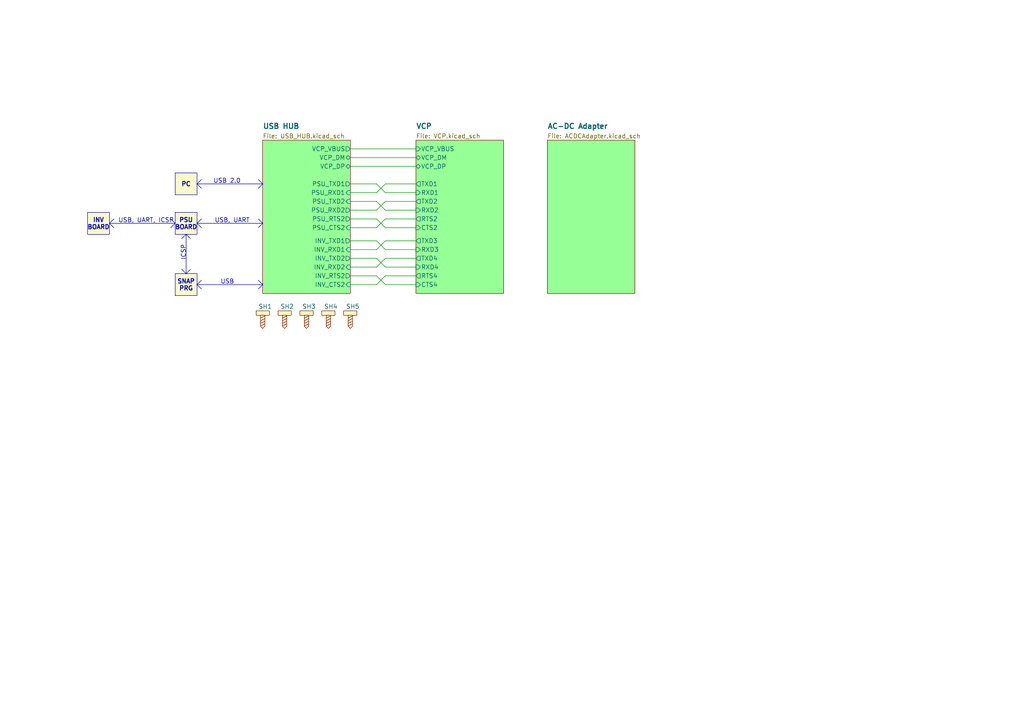
<source format=kicad_sch>
(kicad_sch (version 20231120) (generator "eeschema") (generator_version "8.0")
  (paper "A4")
  (title_block (title "PROGRAMMER & DEBUGGER") (date "2024-07-17") (rev "0.1") (company "TON DUC THANG UNIVERSITY") (comment 1 "Schematic Designed by ...") (comment 2 "PCB Designed by ...") (comment 3 "Approved by ..."))
  (lib_symbols
    (symbol "SAMPI:SCREWHOLDER" (pin_numbers hide) (pin_names hide) (in_bom no)
      (property "Reference" "SH1" (at 2.54 -2.5399 0))
      (property "Value" "SCREW HOLDER" (at 2.54 -5.0799 0))
      (symbol "SCREWHOLDER_1_1"
        (polyline (pts (xy -0.508 -5.588) (xy 0.508 -5.08)))
        (polyline (pts (xy -0.508 -4.826) (xy 0.508 -4.318)))
        (polyline (pts (xy -0.508 -4.064) (xy 0.508 -3.556)))
        (polyline (pts (xy -0.508 -3.302) (xy 0.508 -2.794)))
        (polyline (pts (xy 0.635 -2.54) (xy -0.635 -2.54)))
        (polyline (pts (xy -1.905 -1.27) (xy 1.905 -1.27) (xy 1.905 -2.54) (xy 0.635 -2.54) (xy 0.635 -5.715) (xy 0 -6.35) (xy -0.635 -5.715) (xy -0.635 -2.54) (xy -1.905 -2.54) (xy -1.905 -1.27)) (fill (type background)))
      )
    )
  )
  (polyline (pts (xy 57.15 53.34) (xy 58.42 54.61)))
  (polyline (pts (xy 53.975 79.375) (xy 52.705 78.105)))
  (polyline (pts (xy 74.93 54.61) (xy 76.2 53.34)))
  (wire (pts (xy 111.76 58.42) (xy 109.22 60.96)))
  (wire (pts (xy 109.22 63.5) (xy 111.76 66.04)))
  (wire (pts (xy 111.76 80.01) (xy 109.22 82.55)))
  (wire (pts (xy 120.65 58.42) (xy 111.76 58.42)))
  (wire (pts (xy 111.76 53.34) (xy 109.22 55.88)))
  (polyline (pts (xy 31.75 64.77) (xy 33.02 63.5)))
  (polyline (pts (xy 57.15 82.55) (xy 76.2 82.55)))
  (wire (pts (xy 111.76 63.5) (xy 109.22 66.04)))
  (wire (pts (xy 101.6 45.72) (xy 120.65 45.72)))
  (wire (pts (xy 111.76 60.96) (xy 120.65 60.96)))
  (polyline (pts (xy 57.15 82.55) (xy 58.42 83.82)))
  (polyline (pts (xy 31.75 64.77) (xy 50.8 64.77)))
  (polyline (pts (xy 57.15 53.34) (xy 76.2 53.34)))
  (polyline (pts (xy 74.93 81.28) (xy 76.2 82.55)))
  (wire (pts (xy 109.22 66.04) (xy 101.6 66.04)))
  (wire (pts (xy 120.65 69.85) (xy 111.76 69.85)))
  (wire (pts (xy 109.22 53.34) (xy 111.76 55.88)))
  (polyline (pts (xy 31.75 64.77) (xy 33.02 66.04)))
  (polyline (pts (xy 74.93 83.82) (xy 76.2 82.55)))
  (wire (pts (xy 109.22 60.96) (xy 101.6 60.96)))
  (wire (pts (xy 111.76 77.47) (xy 120.65 77.47)))
  (wire (pts (xy 109.22 69.85) (xy 111.76 72.39)))
  (wire (pts (xy 101.6 48.26) (xy 120.65 48.26)))
  (wire (pts (xy 101.6 58.42) (xy 109.22 58.42)))
  (wire (pts (xy 120.65 53.34) (xy 111.76 53.34)))
  (polyline (pts (xy 53.975 79.375) (xy 53.975 67.945)))
  (wire (pts (xy 111.76 82.55) (xy 120.65 82.55)))
  (polyline (pts (xy 74.93 52.07) (xy 76.2 53.34)))
  (wire (pts (xy 120.65 74.93) (xy 111.76 74.93)))
  (wire (pts (xy 101.6 69.85) (xy 109.22 69.85)))
  (wire (pts (xy 120.65 63.5) (xy 111.76 63.5)))
  (polyline (pts (xy 57.15 53.34) (xy 58.42 52.07)))
  (wire (pts (xy 101.6 43.18) (xy 120.65 43.18)))
  (polyline (pts (xy 55.245 69.215) (xy 53.975 67.945)))
  (polyline (pts (xy 49.53 63.5) (xy 50.8 64.77)))
  (wire (pts (xy 111.76 69.85) (xy 109.22 72.39)))
  (wire (pts (xy 109.22 58.42) (xy 111.76 60.96)))
  (polyline (pts (xy 49.53 66.04) (xy 50.8 64.77)))
  (wire (pts (xy 111.76 55.88) (xy 120.65 55.88)))
  (wire (pts (xy 109.22 74.93) (xy 111.76 77.47)))
  (wire (pts (xy 101.6 63.5) (xy 109.22 63.5)))
  (wire (pts (xy 111.76 72.39) (xy 120.65 72.39)))
  (wire (pts (xy 101.6 80.01) (xy 109.22 80.01)))
  (wire (pts (xy 109.22 82.55) (xy 101.6 82.55)))
  (wire (pts (xy 120.65 80.01) (xy 111.76 80.01)))
  (wire (pts (xy 109.22 55.88) (xy 101.6 55.88)))
  (wire (pts (xy 111.76 74.93) (xy 109.22 77.47)))
  (wire (pts (xy 101.6 53.34) (xy 109.22 53.34)))
  (wire (pts (xy 111.76 66.04) (xy 120.65 66.04)))
  (polyline (pts (xy 57.15 64.77) (xy 58.42 63.5)))
  (wire (pts (xy 101.6 74.93) (xy 109.22 74.93)))
  (polyline (pts (xy 57.15 64.77) (xy 76.2 64.77)))
  (wire (pts (xy 109.22 72.39) (xy 101.6 72.39)))
  (wire (pts (xy 109.22 80.01) (xy 111.76 82.55)))
  (polyline (pts (xy 57.15 82.55) (xy 58.42 81.28)))
  (wire (pts (xy 109.22 77.47) (xy 101.6 77.47)))
  (polyline (pts (xy 74.93 63.5) (xy 76.2 64.77)))
  (polyline (pts (xy 52.705 69.215) (xy 53.975 67.945)))
  (polyline (pts (xy 57.15 64.77) (xy 58.42 66.04)))
  (polyline (pts (xy 74.93 66.04) (xy 76.2 64.77)))
  (polyline (pts (xy 53.975 79.375) (xy 55.245 78.105)))
  (text_box "PC" (at 50.8 50.165 0) (size 6.35 6.35) (fill (type color) (color 250 250 200 1)) (effects (font (size 1.27 1.27) (thickness 0.254) (bold yes))))
  (text_box "SNAP\nPRG" (at 50.8 79.375 0) (size 6.35 6.35) (fill (type color) (color 250 250 200 1)) (effects (font (size 1.27 1.27) (thickness 0.254) (bold yes))))
  (text_box "PSU BOARD" (at 50.8 61.595 0) (size 6.35 6.35) (fill (type color) (color 250 250 200 1)) (effects (font (size 1.27 1.27) (thickness 0.254) (bold yes))))
  (text_box "INV BOARD" (at 25.4 61.595 0) (size 6.35 6.35) (fill (type color) (color 250 250 200 1)) (effects (font (size 1.27 1.27) (thickness 0.254) (bold yes))))
  (text "USB" (at 67.945 82.55 0) (effects (font (size 1.27 1.27)) (justify right bottom)))
  (text "ICSP" (at 53.975 75.565 90) (effects (font (size 1.27 1.27)) (justify left bottom)))
  (text "USB, UART" (at 62.23 64.77 0) (effects (font (size 1.27 1.27)) (justify left bottom)))
  (text "USB, UART, ICSP" (at 34.29 64.77 0) (effects (font (size 1.27 1.27)) (justify left bottom)))
  (text "USB 2.0" (at 69.85 53.34 0) (effects (font (size 1.27 1.27)) (justify right bottom)))
  (symbol (lib_id "SAMPI:SCREWHOLDER") (at 95.25 88.9 0) (unit 1) (in_bom no)
    (property "Reference" "SH4" (at 93.98 88.9 0) (effects (justify left)))
    (property "Value" "SCREW HOLDER" (effects (hide yes)))
    (property "Footprint" "SAMPI:SCREWHOLE-2.5M" (effects (hide yes)))
  )
  (symbol (lib_id "SAMPI:SCREWHOLDER") (at 76.2 88.9 0) (unit 1) (in_bom no)
    (property "Reference" "SH1" (at 74.93 88.9 0) (effects (justify left)))
    (property "Value" "SCREW HOLDER" (effects (hide yes)))
    (property "Footprint" "SAMPI:SCREWHOLE-2.5M" (effects (hide yes)))
  )
  (symbol (lib_id "SAMPI:SCREWHOLDER") (at 82.55 88.9 0) (unit 1) (in_bom no)
    (property "Reference" "SH2" (at 81.28 88.9 0) (effects (justify left)))
    (property "Value" "SCREW HOLDER" (effects (hide yes)))
    (property "Footprint" "SAMPI:SCREWHOLE-2.5M" (effects (hide yes)))
  )
  (symbol (lib_id "SAMPI:SCREWHOLDER") (at 88.9 88.9 0) (unit 1) (in_bom no)
    (property "Reference" "SH3" (at 87.63 88.9 0) (effects (justify left)))
    (property "Value" "SCREW HOLDER" (effects (hide yes)))
    (property "Footprint" "SAMPI:SCREWHOLE-2.5M" (effects (hide yes)))
  )
  (symbol (lib_id "SAMPI:SCREWHOLDER") (at 101.6 88.9 0) (unit 1) (in_bom no)
    (property "Reference" "SH5" (at 100.33 88.9 0) (effects (justify left)))
    (property "Value" "SCREW HOLDER" (effects (hide yes)))
    (property "Footprint" "SAMPI:SCREWHOLE-2.5M" (effects (hide yes)))
  )
  (sheet (at 76.2 40.64) (size 25.4 44.45) (stroke (width 0.1524)) (fill (color 150 255 150 1.0000))
    (property "Sheetname" "USB HUB" (at 76.2 37.465 0) (effects (font (size 1.5 1.5) (bold yes)) (justify left bottom)))
    (property "Sheetfile" "USB_HUB.kicad_sch" (at 76.2 38.735 0) (effects (justify left top)))
    (pin "INV_RXD2" input (at 101.6 77.47 0))
    (pin "INV_TXD2" output (at 101.6 74.93 0))
    (pin "PSU_RXD2" output (at 101.6 60.96 0))
    (pin "PSU_TXD2" input (at 101.6 58.42 0))
    (pin "INV_RTS2" output (at 101.6 80.01 0))
    (pin "INV_CTS2" input (at 101.6 82.55 0))
    (pin "INV_RXD1" input (at 101.6 72.39 0))
    (pin "INV_TXD1" output (at 101.6 69.85 0))
    (pin "PSU_RTS2" output (at 101.6 63.5 0))
    (pin "PSU_CTS2" input (at 101.6 66.04 0))
    (pin "PSU_RXD1" input (at 101.6 55.88 0))
    (pin "PSU_TXD1" output (at 101.6 53.34 0))
    (pin "VCP_DM" bidirectional (at 101.6 45.72 0))
    (pin "VCP_DP" bidirectional (at 101.6 48.26 0))
    (pin "VCP_VBUS" output (at 101.6 43.18 0))
  )
  (sheet (at 158.75 40.64) (size 25.4 44.45) (stroke (width 0.1524)) (fill (color 150 255 150 1.0000))
    (property "Sheetname" "AC-DC Adapter" (at 158.75 37.465 0) (effects (font (size 1.5 1.5) (bold yes)) (justify left bottom)))
    (property "Sheetfile" "ACDCAdapter.kicad_sch" (at 158.75 38.735 0) (effects (justify left top)))
  )
  (sheet (at 120.65 40.64) (size 25.4 44.45) (stroke (width 0.1524)) (fill (color 150 255 150 1.0000))
    (property "Sheetname" "VCP" (at 120.65 37.465 0) (effects (font (size 1.5 1.5) (bold yes)) (justify left bottom)))
    (property "Sheetfile" "VCP.kicad_sch" (at 120.65 38.735 0) (effects (justify left top)))
    (pin "VCP_DP" bidirectional (at 120.65 48.26 180))
    (pin "VCP_DM" bidirectional (at 120.65 45.72 180))
    (pin "RTS2" output (at 120.65 63.5 180))
    (pin "RXD2" input (at 120.65 60.96 180))
    (pin "CTS2" input (at 120.65 66.04 180))
    (pin "TXD3" output (at 120.65 69.85 180))
    (pin "RXD1" input (at 120.65 55.88 180))
    (pin "TXD2" output (at 120.65 58.42 180))
    (pin "TXD1" output (at 120.65 53.34 180))
    (pin "CTS4" input (at 120.65 82.55 180))
    (pin "TXD4" output (at 120.65 74.93 180))
    (pin "RXD4" input (at 120.65 77.47 180))
    (pin "RTS4" output (at 120.65 80.01 180))
    (pin "RXD3" input (at 120.65 72.39 180))
    (pin "VCP_VBUS" input (at 120.65 43.18 180))
  )
)
</source>
